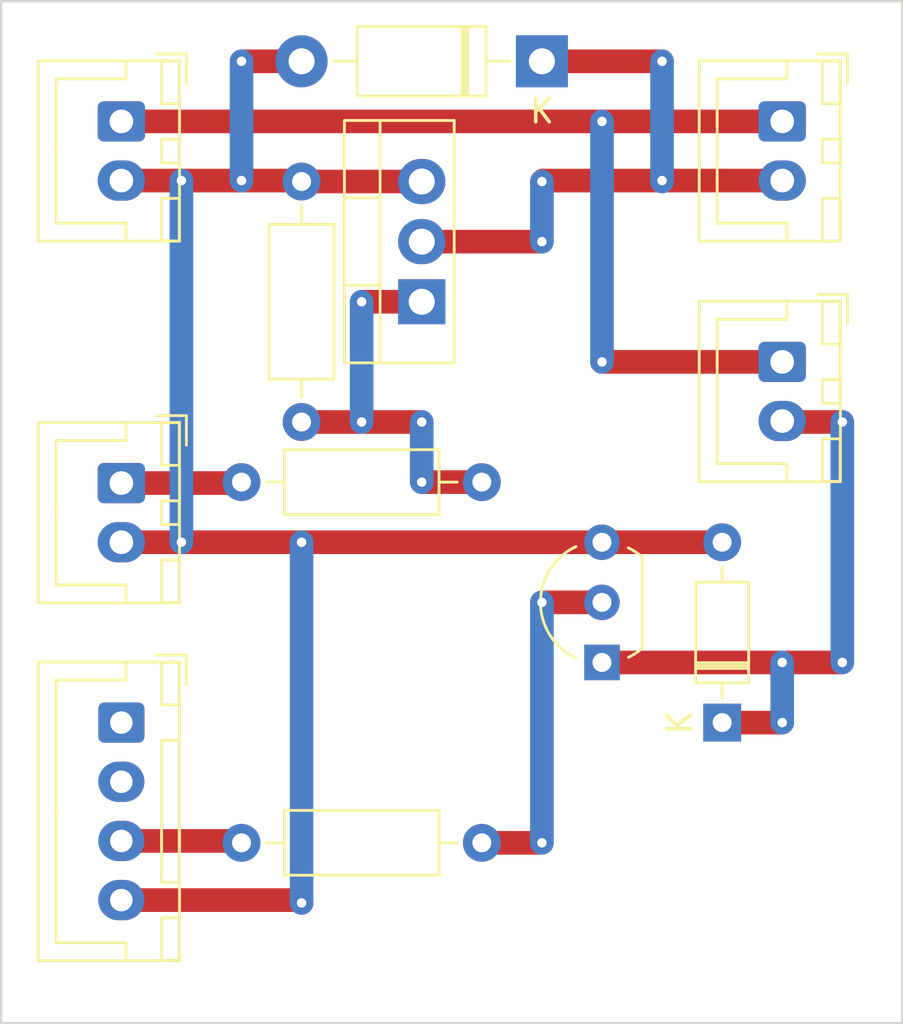
<source format=kicad_pcb>
(kicad_pcb (version 20230606) (generator pcbnew)
  (layers (0 "F.Cu" signal) (31 "B.Cu" signal) (34 "B.Paste" user) (35 "F.Paste" user) (36 "B.SilkS" user "B.Silkscreen") (37 "F.SilkS" user "F.Silkscreen") (38 "B.Mask" user) (39 "F.Mask" user) (44 "Edge.Cuts" user))
  (net 0 "")
  (net 1 "Net-(D1-K)")
  (net 2 "GND")
  (net 3 "Net-(D2-K)")
  (net 4 "+12V")
  (net 5 "Net-(J3-Pin_1)")
  (net 8 "Net-(J4-Pin_3)")
  (net 9 "Net-(Q1-B)")
  (net 10 "Net-(Q2-G)")
  (footprint "Package_TO_SOT_THT:TO-220-3_Vertical" (layer "F.Cu") (at 127 76.2 90)
    (property "Reference" "Q2" hide)
    (property "Value" "IRFZ44N" hide)
    (fp_line (start 7.66 -3.27) (end 7.66 1.371) (stroke (width 0.12)) (layer "F.SilkS"))
    (fp_line (start 4.391 -3.27) (end 4.391 -1.76) (stroke (width 0.12)) (layer "F.SilkS"))
    (fp_line (start 0.69 -3.27) (end 0.69 -1.76) (stroke (width 0.12)) (layer "F.SilkS"))
    (fp_line (start -2.58 -3.27) (end 7.66 -3.27) (stroke (width 0.12)) (layer "F.SilkS"))
    (fp_line (start -2.58 -3.27) (end -2.58 1.371) (stroke (width 0.12)) (layer "F.SilkS"))
    (fp_line (start -2.58 -1.76) (end 7.66 -1.76) (stroke (width 0.12)) (layer "F.SilkS"))
    (fp_line (start -2.58 1.371) (end 7.66 1.371) (stroke (width 0.12)) (layer "F.SilkS"))
    (pad "1" thru_hole rect (at 0 0 90) (size 1.905 2) (drill 1.1) (layers "*.Cu" "*.Mask") (net 10 "Net-(Q2-G)"))
    (pad "2" thru_hole oval (at 2.54 0 90) (size 1.905 2) (drill 1.1) (layers "*.Cu" "*.Mask") (net 1 "Net-(D1-K)"))
    (pad "3" thru_hole oval (at 5.08 0 90) (size 1.905 2) (drill 1.1) (layers "*.Cu" "*.Mask") (net 2 "GND"))
  )
  (footprint "Diode_THT:D_DO-41_SOD81_P10.16mm_Horizontal" (layer "F.Cu") (at 132.08 66.04 180)
    (property "Reference" "D1" hide)
    (property "Value" "1N4004" hide)
    (fp_line (start 8.82 0) (end 7.8 0) (stroke (width 0.12)) (layer "F.SilkS"))
    (fp_line (start 7.8 1.47) (end 7.8 -1.47) (stroke (width 0.12)) (layer "F.SilkS"))
    (fp_line (start 7.8 -1.47) (end 2.36 -1.47) (stroke (width 0.12)) (layer "F.SilkS"))
    (fp_line (start 3.38 -1.47) (end 3.38 1.47) (stroke (width 0.12)) (layer "F.SilkS"))
    (fp_line (start 3.26 -1.47) (end 3.26 1.47) (stroke (width 0.12)) (layer "F.SilkS"))
    (fp_line (start 3.14 -1.47) (end 3.14 1.47) (stroke (width 0.12)) (layer "F.SilkS"))
    (fp_line (start 2.36 1.47) (end 7.8 1.47) (stroke (width 0.12)) (layer "F.SilkS"))
    (fp_line (start 2.36 -1.47) (end 2.36 1.47) (stroke (width 0.12)) (layer "F.SilkS"))
    (fp_line (start 1.34 0) (end 2.36 0) (stroke (width 0.12)) (layer "F.SilkS"))
    (fp_text user "K" (at 0 -2.1 180) (layer "F.SilkS"))
    (pad "1" thru_hole rect (at 0 0 180) (size 2.2 2.2) (drill 1.1) (layers "*.Cu" "*.Mask") (net 1 "Net-(D1-K)"))
    (pad "2" thru_hole oval (at 10.16 0 180) (size 2.2 2.2) (drill 1.1) (layers "*.Cu" "*.Mask") (net 2 "GND"))
  )
  (footprint "Diode_THT:D_DO-35_SOD27_P7.62mm_Horizontal" (layer "F.Cu") (at 139.7 93.98 90)
    (property "Reference" "D2" hide)
    (property "Value" "1N4148" hide)
    (fp_line (start 5.93 -1.12) (end 1.69 -1.12) (stroke (width 0.12)) (layer "F.SilkS"))
    (fp_line (start 2.53 -1.12) (end 2.53 1.12) (stroke (width 0.12)) (layer "F.SilkS"))
    (fp_line (start 2.41 -1.12) (end 2.41 1.12) (stroke (width 0.12)) (layer "F.SilkS"))
    (fp_line (start 2.29 -1.12) (end 2.29 1.12) (stroke (width 0.12)) (layer "F.SilkS"))
    (fp_line (start 1.69 -1.12) (end 1.69 1.12) (stroke (width 0.12)) (layer "F.SilkS"))
    (fp_line (start 6.58 0) (end 5.93 0) (stroke (width 0.12)) (layer "F.SilkS"))
    (fp_line (start 1.04 0) (end 1.69 0) (stroke (width 0.12)) (layer "F.SilkS"))
    (fp_line (start 5.93 1.12) (end 5.93 -1.12) (stroke (width 0.12)) (layer "F.SilkS"))
    (fp_line (start 1.69 1.12) (end 5.93 1.12) (stroke (width 0.12)) (layer "F.SilkS"))
    (fp_text user "K" (at 0 -1.8 -90) (layer "F.SilkS"))
    (pad "1" thru_hole rect (at 0 0 90) (size 1.6 1.6) (drill 0.8) (layers "*.Cu" "*.Mask") (net 3 "Net-(D2-K)"))
    (pad "2" thru_hole oval (at 7.62 0 90) (size 1.6 1.6) (drill 0.8) (layers "*.Cu" "*.Mask") (net 2 "GND"))
  )
  (footprint "Resistor_THT:R_Axial_DIN0207_L6.3mm_D2.5mm_P10.16mm_Horizontal" (layer "F.Cu") (at 121.92 81.28 90)
    (property "Reference" "R2" hide)
    (property "Value" "10k" hide)
    (fp_line (start 8.35 -1.37) (end 1.81 -1.37) (stroke (width 0.12)) (layer "F.SilkS"))
    (fp_line (start 1.81 -1.37) (end 1.81 1.37) (stroke (width 0.12)) (layer "F.SilkS"))
    (fp_line (start 9.12 0) (end 8.35 0) (stroke (width 0.12)) (layer "F.SilkS"))
    (fp_line (start 1.04 0) (end 1.81 0) (stroke (width 0.12)) (layer "F.SilkS"))
    (fp_line (start 8.35 1.37) (end 8.35 -1.37) (stroke (width 0.12)) (layer "F.SilkS"))
    (fp_line (start 1.81 1.37) (end 8.35 1.37) (stroke (width 0.12)) (layer "F.SilkS"))
    (pad "1" thru_hole circle (at 0 0 90) (size 1.6 1.6) (drill 0.8) (layers "*.Cu" "*.Mask") (net 10 "Net-(Q2-G)"))
    (pad "2" thru_hole oval (at 10.16 0 90) (size 1.6 1.6) (drill 0.8) (layers "*.Cu" "*.Mask") (net 2 "GND"))
  )
  (footprint "Connector_JST:JST_XH_B2B-XH-A_1x02_P2.50mm_Vertical" (layer "F.Cu") (at 142.24 78.74 -90)
    (property "Reference" "J5" hide)
    (property "Value" "Buzzer" hide)
    (fp_line (start -2.56 3.51) (end 5.06 3.51) (stroke (width 0.12)) (layer "F.SilkS"))
    (fp_line (start 5.06 3.51) (end 5.06 -2.46) (stroke (width 0.12)) (layer "F.SilkS"))
    (fp_line (start -1.8 2.75) (end 1.25 2.75) (stroke (width 0.12)) (layer "F.SilkS"))
    (fp_line (start 4.3 2.75) (end 1.25 2.75) (stroke (width 0.12)) (layer "F.SilkS"))
    (fp_line (start -2.55 -0.2) (end -1.8 -0.2) (stroke (width 0.12)) (layer "F.SilkS"))
    (fp_line (start -1.8 -0.2) (end -1.8 2.75) (stroke (width 0.12)) (layer "F.SilkS"))
    (fp_line (start 4.3 -0.2) (end 4.3 2.75) (stroke (width 0.12)) (layer "F.SilkS"))
    (fp_line (start 5.05 -0.2) (end 4.3 -0.2) (stroke (width 0.12)) (layer "F.SilkS"))
    (fp_line (start -2.55 -1.7) (end -0.75 -1.7) (stroke (width 0.12)) (layer "F.SilkS"))
    (fp_line (start -0.75 -1.7) (end -0.75 -2.45) (stroke (width 0.12)) (layer "F.SilkS"))
    (fp_line (start 0.75 -1.7) (end 1.75 -1.7) (stroke (width 0.12)) (layer "F.SilkS"))
    (fp_line (start 1.75 -1.7) (end 1.75 -2.45) (stroke (width 0.12)) (layer "F.SilkS"))
    (fp_line (start 3.25 -1.7) (end 5.05 -1.7) (stroke (width 0.12)) (layer "F.SilkS"))
    (fp_line (start 5.05 -1.7) (end 5.05 -2.45) (stroke (width 0.12)) (layer "F.SilkS"))
    (fp_line (start -2.55 -2.45) (end -2.55 -1.7) (stroke (width 0.12)) (layer "F.SilkS"))
    (fp_line (start -0.75 -2.45) (end -2.55 -2.45) (stroke (width 0.12)) (layer "F.SilkS"))
    (fp_line (start 0.75 -2.45) (end 0.75 -1.7) (stroke (width 0.12)) (layer "F.SilkS"))
    (fp_line (start 1.75 -2.45) (end 0.75 -2.45) (stroke (width 0.12)) (layer "F.SilkS"))
    (fp_line (start 3.25 -2.45) (end 3.25 -1.7) (stroke (width 0.12)) (layer "F.SilkS"))
    (fp_line (start 5.05 -2.45) (end 3.25 -2.45) (stroke (width 0.12)) (layer "F.SilkS"))
    (fp_line (start -2.56 -2.46) (end -2.56 3.51) (stroke (width 0.12)) (layer "F.SilkS"))
    (fp_line (start 5.06 -2.46) (end -2.56 -2.46) (stroke (width 0.12)) (layer "F.SilkS"))
    (fp_line (start -2.85 -2.75) (end -2.85 -1.5) (stroke (width 0.12)) (layer "F.SilkS"))
    (fp_line (start -1.6 -2.75) (end -2.85 -2.75) (stroke (width 0.12)) (layer "F.SilkS"))
    (pad "1" thru_hole roundrect (at 0 0 270) (size 1.7 2) (drill 1) (layers "*.Cu" "*.Mask") (roundrect_rratio 0.147059) (net 4 "+12V"))
    (pad "2" thru_hole oval (at 2.5 0 270) (size 1.7 2) (drill 1) (layers "*.Cu" "*.Mask") (net 3 "Net-(D2-K)"))
  )
  (footprint "Connector_JST:JST_XH_B2B-XH-A_1x02_P2.50mm_Vertical" (layer "F.Cu") (at 114.3 83.86 -90)
    (property "Reference" "J3" hide)
    (property "Value" "Fan control" hide)
    (fp_line (start -2.56 3.51) (end 5.06 3.51) (stroke (width 0.12)) (layer "F.SilkS"))
    (fp_line (start 5.06 3.51) (end 5.06 -2.46) (stroke (width 0.12)) (layer "F.SilkS"))
    (fp_line (start -1.8 2.75) (end 1.25 2.75) (stroke (width 0.12)) (layer "F.SilkS"))
    (fp_line (start 4.3 2.75) (end 1.25 2.75) (stroke (width 0.12)) (layer "F.SilkS"))
    (fp_line (start -2.55 -0.2) (end -1.8 -0.2) (stroke (width 0.12)) (layer "F.SilkS"))
    (fp_line (start -1.8 -0.2) (end -1.8 2.75) (stroke (width 0.12)) (layer "F.SilkS"))
    (fp_line (start 4.3 -0.2) (end 4.3 2.75) (stroke (width 0.12)) (layer "F.SilkS"))
    (fp_line (start 5.05 -0.2) (end 4.3 -0.2) (stroke (width 0.12)) (layer "F.SilkS"))
    (fp_line (start -2.55 -1.7) (end -0.75 -1.7) (stroke (width 0.12)) (layer "F.SilkS"))
    (fp_line (start -0.75 -1.7) (end -0.75 -2.45) (stroke (width 0.12)) (layer "F.SilkS"))
    (fp_line (start 0.75 -1.7) (end 1.75 -1.7) (stroke (width 0.12)) (layer "F.SilkS"))
    (fp_line (start 1.75 -1.7) (end 1.75 -2.45) (stroke (width 0.12)) (layer "F.SilkS"))
    (fp_line (start 3.25 -1.7) (end 5.05 -1.7) (stroke (width 0.12)) (layer "F.SilkS"))
    (fp_line (start 5.05 -1.7) (end 5.05 -2.45) (stroke (width 0.12)) (layer "F.SilkS"))
    (fp_line (start -2.55 -2.45) (end -2.55 -1.7) (stroke (width 0.12)) (layer "F.SilkS"))
    (fp_line (start -0.75 -2.45) (end -2.55 -2.45) (stroke (width 0.12)) (layer "F.SilkS"))
    (fp_line (start 0.75 -2.45) (end 0.75 -1.7) (stroke (width 0.12)) (layer "F.SilkS"))
    (fp_line (start 1.75 -2.45) (end 0.75 -2.45) (stroke (width 0.12)) (layer "F.SilkS"))
    (fp_line (start 3.25 -2.45) (end 3.25 -1.7) (stroke (width 0.12)) (layer "F.SilkS"))
    (fp_line (start 5.05 -2.45) (end 3.25 -2.45) (stroke (width 0.12)) (layer "F.SilkS"))
    (fp_line (start -2.56 -2.46) (end -2.56 3.51) (stroke (width 0.12)) (layer "F.SilkS"))
    (fp_line (start 5.06 -2.46) (end -2.56 -2.46) (stroke (width 0.12)) (layer "F.SilkS"))
    (fp_line (start -2.85 -2.75) (end -2.85 -1.5) (stroke (width 0.12)) (layer "F.SilkS"))
    (fp_line (start -1.6 -2.75) (end -2.85 -2.75) (stroke (width 0.12)) (layer "F.SilkS"))
    (pad "1" thru_hole roundrect (at 0 0 270) (size 1.7 2) (drill 1) (layers "*.Cu" "*.Mask") (roundrect_rratio 0.147059) (net 5 "Net-(J3-Pin_1)"))
    (pad "2" thru_hole oval (at 2.5 0 270) (size 1.7 2) (drill 1) (layers "*.Cu" "*.Mask") (net 2 "GND"))
  )
  (footprint "Resistor_THT:R_Axial_DIN0207_L6.3mm_D2.5mm_P10.16mm_Horizontal" (layer "F.Cu") (at 119.38 83.82)
    (property "Reference" "R1" hide)
    (property "Value" "1k" hide)
    (fp_line (start 1.04 0) (end 1.81 0) (stroke (width 0.12)) (layer "F.SilkS"))
    (fp_line (start 1.81 -1.37) (end 1.81 1.37) (stroke (width 0.12)) (layer "F.SilkS"))
    (fp_line (start 1.81 1.37) (end 8.35 1.37) (stroke (width 0.12)) (layer "F.SilkS"))
    (fp_line (start 8.35 -1.37) (end 1.81 -1.37) (stroke (width 0.12)) (layer "F.SilkS"))
    (fp_line (start 8.35 1.37) (end 8.35 -1.37) (stroke (width 0.12)) (layer "F.SilkS"))
    (fp_line (start 9.12 0) (end 8.35 0) (stroke (width 0.12)) (layer "F.SilkS"))
    (pad "1" thru_hole circle (at 0 0) (size 1.6 1.6) (drill 0.8) (layers "*.Cu" "*.Mask") (net 5 "Net-(J3-Pin_1)"))
    (pad "2" thru_hole oval (at 10.16 0) (size 1.6 1.6) (drill 0.8) (layers "*.Cu" "*.Mask") (net 10 "Net-(Q2-G)"))
  )
  (footprint "Connector_JST:JST_XH_B4B-XH-A_1x04_P2.50mm_Vertical" (layer "F.Cu") (at 114.3 93.98 -90)
    (property "Reference" "J4" hide)
    (property "Value" "Ext" hide)
    (fp_line (start -2.56 3.51) (end 10.06 3.51) (stroke (width 0.12)) (layer "F.SilkS"))
    (fp_line (start 10.06 3.51) (end 10.06 -2.46) (stroke (width 0.12)) (layer "F.SilkS"))
    (fp_line (start -1.8 2.75) (end 3.75 2.75) (stroke (width 0.12)) (layer "F.SilkS"))
    (fp_line (start 9.3 2.75) (end 3.75 2.75) (stroke (width 0.12)) (layer "F.SilkS"))
    (fp_line (start -2.55 -0.2) (end -1.8 -0.2) (stroke (width 0.12)) (layer "F.SilkS"))
    (fp_line (start -1.8 -0.2) (end -1.8 2.75) (stroke (width 0.12)) (layer "F.SilkS"))
    (fp_line (start 9.3 -0.2) (end 9.3 2.75) (stroke (width 0.12)) (layer "F.SilkS"))
    (fp_line (start 10.05 -0.2) (end 9.3 -0.2) (stroke (width 0.12)) (layer "F.SilkS"))
    (fp_line (start -2.55 -1.7) (end -0.75 -1.7) (stroke (width 0.12)) (layer "F.SilkS"))
    (fp_line (start -0.75 -1.7) (end -0.75 -2.45) (stroke (width 0.12)) (layer "F.SilkS"))
    (fp_line (start 0.75 -1.7) (end 6.75 -1.7) (stroke (width 0.12)) (layer "F.SilkS"))
    (fp_line (start 6.75 -1.7) (end 6.75 -2.45) (stroke (width 0.12)) (layer "F.SilkS"))
    (fp_line (start 8.25 -1.7) (end 10.05 -1.7) (stroke (width 0.12)) (layer "F.SilkS"))
    (fp_line (start 10.05 -1.7) (end 10.05 -2.45) (stroke (width 0.12)) (layer "F.SilkS"))
    (fp_line (start -2.55 -2.45) (end -2.55 -1.7) (stroke (width 0.12)) (layer "F.SilkS"))
    (fp_line (start -0.75 -2.45) (end -2.55 -2.45) (stroke (width 0.12)) (layer "F.SilkS"))
    (fp_line (start 0.75 -2.45) (end 0.75 -1.7) (stroke (width 0.12)) (layer "F.SilkS"))
    (fp_line (start 6.75 -2.45) (end 0.75 -2.45) (stroke (width 0.12)) (layer "F.SilkS"))
    (fp_line (start 8.25 -2.45) (end 8.25 -1.7) (stroke (width 0.12)) (layer "F.SilkS"))
    (fp_line (start 10.05 -2.45) (end 8.25 -2.45) (stroke (width 0.12)) (layer "F.SilkS"))
    (fp_line (start -2.56 -2.46) (end -2.56 3.51) (stroke (width 0.12)) (layer "F.SilkS"))
    (fp_line (start 10.06 -2.46) (end -2.56 -2.46) (stroke (width 0.12)) (layer "F.SilkS"))
    (fp_line (start -2.85 -2.75) (end -2.85 -1.5) (stroke (width 0.12)) (layer "F.SilkS"))
    (fp_line (start -1.6 -2.75) (end -2.85 -2.75) (stroke (width 0.12)) (layer "F.SilkS"))
    (pad "1" thru_hole roundrect (at 0 0 270) (size 1.7 1.95) (drill 0.95) (layers "*.Cu" "*.Mask") (roundrect_rratio 0.147059))
    (pad "2" thru_hole oval (at 2.5 0 270) (size 1.7 1.95) (drill 0.95) (layers "*.Cu" "*.Mask"))
    (pad "3" thru_hole oval (at 5 0 270) (size 1.7 1.95) (drill 0.95) (layers "*.Cu" "*.Mask") (net 8 "Net-(J4-Pin_3)"))
    (pad "4" thru_hole oval (at 7.5 0 270) (size 1.7 1.95) (drill 0.95) (layers "*.Cu" "*.Mask") (net 2 "GND"))
  )
  (footprint "Resistor_THT:R_Axial_DIN0207_L6.3mm_D2.5mm_P10.16mm_Horizontal" (layer "F.Cu") (at 119.38 99.06)
    (property "Reference" "R3" hide)
    (property "Value" "2k2" hide)
    (fp_line (start 1.04 0) (end 1.81 0) (stroke (width 0.12)) (layer "F.SilkS"))
    (fp_line (start 1.81 -1.37) (end 1.81 1.37) (stroke (width 0.12)) (layer "F.SilkS"))
    (fp_line (start 1.81 1.37) (end 8.35 1.37) (stroke (width 0.12)) (layer "F.SilkS"))
    (fp_line (start 8.35 -1.37) (end 1.81 -1.37) (stroke (width 0.12)) (layer "F.SilkS"))
    (fp_line (start 8.35 1.37) (end 8.35 -1.37) (stroke (width 0.12)) (layer "F.SilkS"))
    (fp_line (start 9.12 0) (end 8.35 0) (stroke (width 0.12)) (layer "F.SilkS"))
    (pad "1" thru_hole circle (at 0 0) (size 1.6 1.6) (drill 0.8) (layers "*.Cu" "*.Mask") (net 8 "Net-(J4-Pin_3)"))
    (pad "2" thru_hole oval (at 10.16 0) (size 1.6 1.6) (drill 0.8) (layers "*.Cu" "*.Mask") (net 9 "Net-(Q1-B)"))
  )
  (footprint "Connector_JST:JST_XH_B2B-XH-A_1x02_P2.50mm_Vertical" (layer "F.Cu") (at 142.24 68.58 -90)
    (property "Reference" "J2" hide)
    (property "Value" "Fan out" hide)
    (fp_line (start -2.56 3.51) (end 5.06 3.51) (stroke (width 0.12)) (layer "F.SilkS"))
    (fp_line (start 5.06 3.51) (end 5.06 -2.46) (stroke (width 0.12)) (layer "F.SilkS"))
    (fp_line (start -1.8 2.75) (end 1.25 2.75) (stroke (width 0.12)) (layer "F.SilkS"))
    (fp_line (start 4.3 2.75) (end 1.25 2.75) (stroke (width 0.12)) (layer "F.SilkS"))
    (fp_line (start -2.55 -0.2) (end -1.8 -0.2) (stroke (width 0.12)) (layer "F.SilkS"))
    (fp_line (start -1.8 -0.2) (end -1.8 2.75) (stroke (width 0.12)) (layer "F.SilkS"))
    (fp_line (start 4.3 -0.2) (end 4.3 2.75) (stroke (width 0.12)) (layer "F.SilkS"))
    (fp_line (start 5.05 -0.2) (end 4.3 -0.2) (stroke (width 0.12)) (layer "F.SilkS"))
    (fp_line (start -2.55 -1.7) (end -0.75 -1.7) (stroke (width 0.12)) (layer "F.SilkS"))
    (fp_line (start -0.75 -1.7) (end -0.75 -2.45) (stroke (width 0.12)) (layer "F.SilkS"))
    (fp_line (start 0.75 -1.7) (end 1.75 -1.7) (stroke (width 0.12)) (layer "F.SilkS"))
    (fp_line (start 1.75 -1.7) (end 1.75 -2.45) (stroke (width 0.12)) (layer "F.SilkS"))
    (fp_line (start 3.25 -1.7) (end 5.05 -1.7) (stroke (width 0.12)) (layer "F.SilkS"))
    (fp_line (start 5.05 -1.7) (end 5.05 -2.45) (stroke (width 0.12)) (layer "F.SilkS"))
    (fp_line (start -2.55 -2.45) (end -2.55 -1.7) (stroke (width 0.12)) (layer "F.SilkS"))
    (fp_line (start -0.75 -2.45) (end -2.55 -2.45) (stroke (width 0.12)) (layer "F.SilkS"))
    (fp_line (start 0.75 -2.45) (end 0.75 -1.7) (stroke (width 0.12)) (layer "F.SilkS"))
    (fp_line (start 1.75 -2.45) (end 0.75 -2.45) (stroke (width 0.12)) (layer "F.SilkS"))
    (fp_line (start 3.25 -2.45) (end 3.25 -1.7) (stroke (width 0.12)) (layer "F.SilkS"))
    (fp_line (start 5.05 -2.45) (end 3.25 -2.45) (stroke (width 0.12)) (layer "F.SilkS"))
    (fp_line (start -2.56 -2.46) (end -2.56 3.51) (stroke (width 0.12)) (layer "F.SilkS"))
    (fp_line (start 5.06 -2.46) (end -2.56 -2.46) (stroke (width 0.12)) (layer "F.SilkS"))
    (fp_line (start -2.85 -2.75) (end -2.85 -1.5) (stroke (width 0.12)) (layer "F.SilkS"))
    (fp_line (start -1.6 -2.75) (end -2.85 -2.75) (stroke (width 0.12)) (layer "F.SilkS"))
    (pad "1" thru_hole roundrect (at 0 0 270) (size 1.7 2) (drill 1) (layers "*.Cu" "*.Mask") (roundrect_rratio 0.147059) (net 4 "+12V"))
    (pad "2" thru_hole oval (at 2.5 0 270) (size 1.7 2) (drill 1) (layers "*.Cu" "*.Mask") (net 1 "Net-(D1-K)"))
  )
  (footprint "Connector_JST:JST_XH_B2B-XH-A_1x02_P2.50mm_Vertical" (layer "F.Cu") (at 114.3 68.58 -90)
    (property "Reference" "J1" hide)
    (property "Value" "12V in" hide)
    (fp_line (start -2.56 3.51) (end 5.06 3.51) (stroke (width 0.12)) (layer "F.SilkS"))
    (fp_line (start 5.06 3.51) (end 5.06 -2.46) (stroke (width 0.12)) (layer "F.SilkS"))
    (fp_line (start -1.8 2.75) (end 1.25 2.75) (stroke (width 0.12)) (layer "F.SilkS"))
    (fp_line (start 4.3 2.75) (end 1.25 2.75) (stroke (width 0.12)) (layer "F.SilkS"))
    (fp_line (start -2.55 -0.2) (end -1.8 -0.2) (stroke (width 0.12)) (layer "F.SilkS"))
    (fp_line (start -1.8 -0.2) (end -1.8 2.75) (stroke (width 0.12)) (layer "F.SilkS"))
    (fp_line (start 4.3 -0.2) (end 4.3 2.75) (stroke (width 0.12)) (layer "F.SilkS"))
    (fp_line (start 5.05 -0.2) (end 4.3 -0.2) (stroke (width 0.12)) (layer "F.SilkS"))
    (fp_line (start -2.55 -1.7) (end -0.75 -1.7) (stroke (width 0.12)) (layer "F.SilkS"))
    (fp_line (start -0.75 -1.7) (end -0.75 -2.45) (stroke (width 0.12)) (layer "F.SilkS"))
    (fp_line (start 0.75 -1.7) (end 1.75 -1.7) (stroke (width 0.12)) (layer "F.SilkS"))
    (fp_line (start 1.75 -1.7) (end 1.75 -2.45) (stroke (width 0.12)) (layer "F.SilkS"))
    (fp_line (start 3.25 -1.7) (end 5.05 -1.7) (stroke (width 0.12)) (layer "F.SilkS"))
    (fp_line (start 5.05 -1.7) (end 5.05 -2.45) (stroke (width 0.12)) (layer "F.SilkS"))
    (fp_line (start -2.55 -2.45) (end -2.55 -1.7) (stroke (width 0.12)) (layer "F.SilkS"))
    (fp_line (start -0.75 -2.45) (end -2.55 -2.45) (stroke (width 0.12)) (layer "F.SilkS"))
    (fp_line (start 0.75 -2.45) (end 0.75 -1.7) (stroke (width 0.12)) (layer "F.SilkS"))
    (fp_line (start 1.75 -2.45) (end 0.75 -2.45) (stroke (width 0.12)) (layer "F.SilkS"))
    (fp_line (start 3.25 -2.45) (end 3.25 -1.7) (stroke (width 0.12)) (layer "F.SilkS"))
    (fp_line (start 5.05 -2.45) (end 3.25 -2.45) (stroke (width 0.12)) (layer "F.SilkS"))
    (fp_line (start -2.56 -2.46) (end -2.56 3.51) (stroke (width 0.12)) (layer "F.SilkS"))
    (fp_line (start 5.06 -2.46) (end -2.56 -2.46) (stroke (width 0.12)) (layer "F.SilkS"))
    (fp_line (start -2.85 -2.75) (end -2.85 -1.5) (stroke (width 0.12)) (layer "F.SilkS"))
    (fp_line (start -1.6 -2.75) (end -2.85 -2.75) (stroke (width 0.12)) (layer "F.SilkS"))
    (pad "1" thru_hole roundrect (at 0 0 270) (size 1.7 2) (drill 1) (layers "*.Cu" "*.Mask") (roundrect_rratio 0.147059) (net 4 "+12V"))
    (pad "2" thru_hole oval (at 2.5 0 270) (size 1.7 2) (drill 1) (layers "*.Cu" "*.Mask") (net 2 "GND"))
  )
  (footprint "Package_TO_SOT_THT:TO-92L_Inline_Wide" (layer "F.Cu") (at 134.62 91.44 90)
    (property "Reference" "Q1" hide)
    (property "Value" "BC547" hide)
    (fp_line (start 0.6 1.7) (end 4.45 1.7) (stroke (width 0.12)) (layer "F.SilkS"))
    (fp_arc (start 2.54 -2.6) (mid 3.936979 -2.192818) (end 4.8964 -1.098807) (stroke (width 0.12)) (layer "F.SilkS"))
    (fp_arc (start 0.1836 -1.098807) (mid 1.143021 -2.192817) (end 2.54 -2.6) (stroke (width 0.12)) (layer "F.SilkS"))
    (fp_arc (start 4.842383 1.112264) (mid 4.666594 1.419753) (end 4.45 1.7) (stroke (width 0.12)) (layer "F.SilkS"))
    (fp_arc (start 0.6 1.7) (mid 0.389183 1.423933) (end 0.217369 1.122045) (stroke (width 0.12)) (layer "F.SilkS"))
    (pad "1" thru_hole rect (at 0 0 90) (size 1.5 1.5) (drill 0.8) (layers "*.Cu" "*.Mask") (net 3 "Net-(D2-K)"))
    (pad "2" thru_hole circle (at 2.54 0 90) (size 1.5 1.5) (drill 0.8) (layers "*.Cu" "*.Mask") (net 9 "Net-(Q1-B)"))
    (pad "3" thru_hole circle (at 5.08 0 90) (size 1.5 1.5) (drill 0.8) (layers "*.Cu" "*.Mask") (net 2 "GND"))
  )
  (gr_rect (start 109.22 63.5) (end 147.32 106.68) (stroke (width 0.1)) (fill none) (layer "Edge.Cuts"))
  (segment (start 132.08 66.04) (end 137.16 66.04) (width 1) (layer "F.Cu") (net 1))
  (segment (start 132.08 73.66) (end 127 73.66) (width 1) (layer "F.Cu") (net 1))
  (segment (start 132.12 71.08) (end 132.08 71.12) (width 1) (layer "F.Cu") (net 1))
  (segment (start 142.24 71.08) (end 132.12 71.08) (width 1) (layer "F.Cu") (net 1))
  (via (at 132.08 71.12) (size 0.8) (drill 0.4) (layers "F.Cu" "B.Cu") (net 1))
  (via (at 137.16 71.08) (size 0.8) (drill 0.4) (layers "F.Cu" "B.Cu") (net 1))
  (via (at 137.16 66.04) (size 0.8) (drill 0.4) (layers "F.Cu" "B.Cu") (net 1))
  (via (at 132.08 73.66) (size 0.8) (drill 0.4) (layers "F.Cu" "B.Cu") (net 1))
  (segment (start 137.16 66.04) (end 137.16 71.12) (width 1) (layer "B.Cu") (net 1))
  (segment (start 132.08 71.12) (end 132.08 73.66) (width 1) (layer "B.Cu") (net 1))
  (segment (start 121.92 71.12) (end 127 71.12) (width 1) (layer "F.Cu") (net 2))
  (segment (start 114.3 101.48) (end 121.8 101.48) (width 1) (layer "F.Cu") (net 2))
  (segment (start 116.84 86.36) (end 135.136 86.36) (width 1) (layer "F.Cu") (net 2))
  (segment (start 121.8 101.48) (end 121.92 101.6) (width 1) (layer "F.Cu") (net 2))
  (segment (start 121.88 71.08) (end 121.92 71.12) (width 1) (layer "F.Cu") (net 2))
  (segment (start 135.136 86.36) (end 139.7 86.36) (width 1) (layer "F.Cu") (net 2))
  (segment (start 114.3 86.36) (end 116.84 86.36) (width 1) (layer "F.Cu") (net 2))
  (segment (start 114.3 71.08) (end 121.88 71.08) (width 1) (layer "F.Cu") (net 2))
  (segment (start 121.92 66.04) (end 119.38 66.04) (width 1) (layer "F.Cu") (net 2))
  (via (at 119.38 66.04) (size 0.8) (drill 0.4) (layers "F.Cu" "B.Cu") (net 2))
  (via (at 116.84 71.08) (size 0.8) (drill 0.4) (layers "F.Cu" "B.Cu") (net 2))
  (via (at 121.92 86.36) (size 0.8) (drill 0.4) (layers "F.Cu" "B.Cu") (net 2))
  (via (at 116.84 86.36) (size 0.8) (drill 0.4) (layers "F.Cu" "B.Cu") (net 2))
  (via (at 121.92 101.6) (size 0.8) (drill 0.4) (layers "F.Cu" "B.Cu") (net 2))
  (via (at 119.38 71.08) (size 0.8) (drill 0.4) (layers "F.Cu" "B.Cu") (net 2))
  (segment (start 121.92 101.6) (end 121.92 86.36) (width 1) (layer "B.Cu") (net 2))
  (segment (start 116.84 86.36) (end 116.84 71.08) (width 1) (layer "B.Cu") (net 2))
  (segment (start 119.38 66.04) (end 119.38 71.08) (width 1) (layer "B.Cu") (net 2))
  (segment (start 139.7 93.98) (end 142.24 93.98) (width 1) (layer "F.Cu") (net 3))
  (segment (start 142.28 81.28) (end 142.24 81.24) (width 1) (layer "F.Cu") (net 3))
  (segment (start 134.62 91.44) (end 144.78 91.44) (width 1) (layer "F.Cu") (net 3))
  (segment (start 144.78 81.28) (end 142.28 81.28) (width 1) (layer "F.Cu") (net 3))
  (via (at 144.78 91.44) (size 0.8) (drill 0.4) (layers "F.Cu" "B.Cu") (net 3))
  (via (at 144.78 81.28) (size 0.8) (drill 0.4) (layers "F.Cu" "B.Cu") (net 3))
  (via (at 142.24 91.44) (size 0.8) (drill 0.4) (layers "F.Cu" "B.Cu") (net 3))
  (via (at 142.24 93.98) (size 0.8) (drill 0.4) (layers "F.Cu" "B.Cu") (net 3))
  (segment (start 144.78 91.44) (end 144.78 81.28) (width 1) (layer "B.Cu") (net 3))
  (segment (start 142.24 93.98) (end 142.24 91.44) (width 1) (layer "B.Cu") (net 3))
  (segment (start 142.24 78.74) (end 134.62 78.74) (width 1) (layer "F.Cu") (net 4))
  (segment (start 114.3 68.58) (end 142.24 68.58) (width 1) (layer "F.Cu") (net 4))
  (via (at 134.62 68.58) (size 0.8) (drill 0.4) (layers "F.Cu" "B.Cu") (net 4))
  (via (at 134.62 78.74) (size 0.8) (drill 0.4) (layers "F.Cu" "B.Cu") (net 4))
  (segment (start 134.62 78.74) (end 134.62 68.58) (width 1) (layer "B.Cu") (net 4))
  (segment (start 119.34 83.86) (end 119.38 83.82) (width 1) (layer "F.Cu") (net 5))
  (segment (start 114.3 83.86) (end 119.34 83.86) (width 1) (layer "F.Cu") (net 5))
  (segment (start 114.3 98.98) (end 119.3 98.98) (width 1) (layer "F.Cu") (net 8))
  (segment (start 119.3 98.98) (end 119.38 99.06) (width 1) (layer "F.Cu") (net 8))
  (segment (start 134.62 88.9) (end 132.08 88.9) (width 1) (layer "F.Cu") (net 9))
  (segment (start 132.08 99.06) (end 129.54 99.06) (width 1) (layer "F.Cu") (net 9))
  (via (at 132.08 88.9) (size 0.8) (drill 0.4) (layers "F.Cu" "B.Cu") (net 9))
  (via (at 132.08 99.06) (size 0.8) (drill 0.4) (layers "F.Cu" "B.Cu") (net 9))
  (segment (start 132.08 88.9) (end 132.08 99.06) (width 1) (layer "B.Cu") (net 9))
  (segment (start 121.92 81.28) (end 127 81.28) (width 1) (layer "F.Cu") (net 10))
  (segment (start 127 76.2) (end 124.46 76.2) (width 1) (layer "F.Cu") (net 10))
  (segment (start 127 83.82) (end 129.54 83.82) (width 1) (layer "F.Cu") (net 10))
  (via (at 127 81.28) (size 0.8) (drill 0.4) (layers "F.Cu" "B.Cu") (net 10))
  (via (at 127 83.82) (size 0.8) (drill 0.4) (layers "F.Cu" "B.Cu") (net 10))
  (via (at 124.46 76.2) (size 0.8) (drill 0.4) (layers "F.Cu" "B.Cu") (net 10))
  (via (at 124.46 81.28) (size 0.8) (drill 0.4) (layers "F.Cu" "B.Cu") (net 10))
  (segment (start 124.46 76.2) (end 124.46 81.28) (width 1) (layer "B.Cu") (net 10))
  (segment (start 127 81.28) (end 127 83.82) (width 1) (layer "B.Cu") (net 10))
)
</source>
